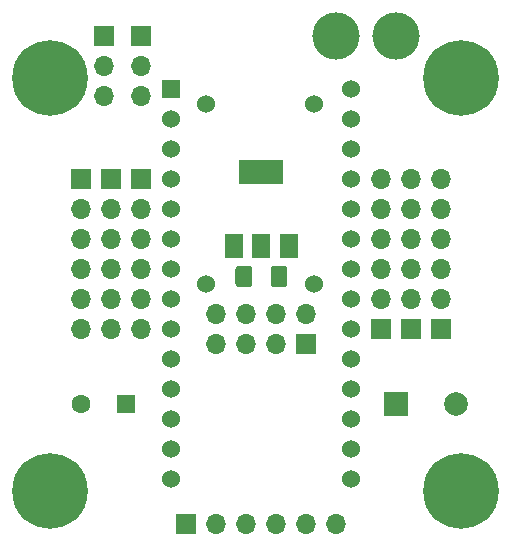
<source format=gbs>
G04 #@! TF.GenerationSoftware,KiCad,Pcbnew,(5.1.4)-1*
G04 #@! TF.CreationDate,2020-05-13T10:23:39+02:00*
G04 #@! TF.ProjectId,Pacifista_TinyFPGA,50616369-6669-4737-9461-5f54696e7946,rev?*
G04 #@! TF.SameCoordinates,Original*
G04 #@! TF.FileFunction,Soldermask,Bot*
G04 #@! TF.FilePolarity,Negative*
%FSLAX46Y46*%
G04 Gerber Fmt 4.6, Leading zero omitted, Abs format (unit mm)*
G04 Created by KiCad (PCBNEW (5.1.4)-1) date 2020-05-13 10:23:39*
%MOMM*%
%LPD*%
G04 APERTURE LIST*
%ADD10O,1.700000X1.700000*%
%ADD11R,1.700000X1.700000*%
%ADD12C,0.600000*%
%ADD13C,6.400000*%
%ADD14R,2.000000X2.000000*%
%ADD15C,2.000000*%
%ADD16R,1.600000X1.600000*%
%ADD17C,1.600000*%
%ADD18C,4.000500*%
%ADD19C,0.100000*%
%ADD20C,1.425000*%
%ADD21R,3.800000X2.000000*%
%ADD22R,1.500000X2.000000*%
%ADD23C,1.524000*%
%ADD24R,1.524000X1.524000*%
G04 APERTURE END LIST*
D10*
X96520000Y-110490000D03*
X96520000Y-113030000D03*
X96520000Y-115570000D03*
X96520000Y-118110000D03*
X96520000Y-120650000D03*
D11*
X96520000Y-123190000D03*
D12*
X104948056Y-100283944D03*
X103251000Y-99581000D03*
X101553944Y-100283944D03*
X100851000Y-101981000D03*
X101553944Y-103678056D03*
X103251000Y-104381000D03*
X104948056Y-103678056D03*
X105651000Y-101981000D03*
D13*
X103251000Y-101981000D03*
X103251000Y-136906000D03*
D12*
X105651000Y-136906000D03*
X104948056Y-138603056D03*
X103251000Y-139306000D03*
X101553944Y-138603056D03*
X100851000Y-136906000D03*
X101553944Y-135208944D03*
X103251000Y-134506000D03*
X104948056Y-135208944D03*
X70150056Y-135208944D03*
X68453000Y-134506000D03*
X66755944Y-135208944D03*
X66053000Y-136906000D03*
X66755944Y-138603056D03*
X68453000Y-139306000D03*
X70150056Y-138603056D03*
X70853000Y-136906000D03*
D13*
X68453000Y-136906000D03*
X68453000Y-101981000D03*
D12*
X70853000Y-101981000D03*
X70150056Y-103678056D03*
X68453000Y-104381000D03*
X66755944Y-103678056D03*
X66053000Y-101981000D03*
X66755944Y-100283944D03*
X68453000Y-99581000D03*
X70150056Y-100283944D03*
D14*
X97790000Y-129540000D03*
D15*
X102790000Y-129540000D03*
D11*
X99060000Y-123190000D03*
D10*
X99060000Y-120650000D03*
X99060000Y-118110000D03*
X99060000Y-115570000D03*
X99060000Y-113030000D03*
X99060000Y-110490000D03*
X82550000Y-121920000D03*
X82550000Y-124460000D03*
X85090000Y-121920000D03*
X85090000Y-124460000D03*
X87630000Y-121920000D03*
X87630000Y-124460000D03*
X90170000Y-121920000D03*
D11*
X90170000Y-124460000D03*
D10*
X101600000Y-110490000D03*
X101600000Y-113030000D03*
X101600000Y-115570000D03*
X101600000Y-118110000D03*
X101600000Y-120650000D03*
D11*
X101600000Y-123190000D03*
X71120000Y-110490000D03*
D10*
X71120000Y-113030000D03*
X71120000Y-115570000D03*
X71120000Y-118110000D03*
X71120000Y-120650000D03*
X71120000Y-123190000D03*
X73025000Y-103505000D03*
X73025000Y-100965000D03*
D11*
X73025000Y-98425000D03*
D16*
X74920000Y-129540000D03*
D17*
X71120000Y-129540000D03*
D18*
X92710000Y-98425000D03*
X97790000Y-98425000D03*
D10*
X73660000Y-123190000D03*
X73660000Y-120650000D03*
X73660000Y-118110000D03*
X73660000Y-115570000D03*
X73660000Y-113030000D03*
D11*
X73660000Y-110490000D03*
X76200000Y-110490000D03*
D10*
X76200000Y-113030000D03*
X76200000Y-115570000D03*
X76200000Y-118110000D03*
X76200000Y-120650000D03*
X76200000Y-123190000D03*
D19*
G36*
X88334504Y-117871204D02*
G01*
X88358773Y-117874804D01*
X88382571Y-117880765D01*
X88405671Y-117889030D01*
X88427849Y-117899520D01*
X88448893Y-117912133D01*
X88468598Y-117926747D01*
X88486777Y-117943223D01*
X88503253Y-117961402D01*
X88517867Y-117981107D01*
X88530480Y-118002151D01*
X88540970Y-118024329D01*
X88549235Y-118047429D01*
X88555196Y-118071227D01*
X88558796Y-118095496D01*
X88560000Y-118120000D01*
X88560000Y-119370000D01*
X88558796Y-119394504D01*
X88555196Y-119418773D01*
X88549235Y-119442571D01*
X88540970Y-119465671D01*
X88530480Y-119487849D01*
X88517867Y-119508893D01*
X88503253Y-119528598D01*
X88486777Y-119546777D01*
X88468598Y-119563253D01*
X88448893Y-119577867D01*
X88427849Y-119590480D01*
X88405671Y-119600970D01*
X88382571Y-119609235D01*
X88358773Y-119615196D01*
X88334504Y-119618796D01*
X88310000Y-119620000D01*
X87385000Y-119620000D01*
X87360496Y-119618796D01*
X87336227Y-119615196D01*
X87312429Y-119609235D01*
X87289329Y-119600970D01*
X87267151Y-119590480D01*
X87246107Y-119577867D01*
X87226402Y-119563253D01*
X87208223Y-119546777D01*
X87191747Y-119528598D01*
X87177133Y-119508893D01*
X87164520Y-119487849D01*
X87154030Y-119465671D01*
X87145765Y-119442571D01*
X87139804Y-119418773D01*
X87136204Y-119394504D01*
X87135000Y-119370000D01*
X87135000Y-118120000D01*
X87136204Y-118095496D01*
X87139804Y-118071227D01*
X87145765Y-118047429D01*
X87154030Y-118024329D01*
X87164520Y-118002151D01*
X87177133Y-117981107D01*
X87191747Y-117961402D01*
X87208223Y-117943223D01*
X87226402Y-117926747D01*
X87246107Y-117912133D01*
X87267151Y-117899520D01*
X87289329Y-117889030D01*
X87312429Y-117880765D01*
X87336227Y-117874804D01*
X87360496Y-117871204D01*
X87385000Y-117870000D01*
X88310000Y-117870000D01*
X88334504Y-117871204D01*
X88334504Y-117871204D01*
G37*
D20*
X87847500Y-118745000D03*
D19*
G36*
X85359504Y-117871204D02*
G01*
X85383773Y-117874804D01*
X85407571Y-117880765D01*
X85430671Y-117889030D01*
X85452849Y-117899520D01*
X85473893Y-117912133D01*
X85493598Y-117926747D01*
X85511777Y-117943223D01*
X85528253Y-117961402D01*
X85542867Y-117981107D01*
X85555480Y-118002151D01*
X85565970Y-118024329D01*
X85574235Y-118047429D01*
X85580196Y-118071227D01*
X85583796Y-118095496D01*
X85585000Y-118120000D01*
X85585000Y-119370000D01*
X85583796Y-119394504D01*
X85580196Y-119418773D01*
X85574235Y-119442571D01*
X85565970Y-119465671D01*
X85555480Y-119487849D01*
X85542867Y-119508893D01*
X85528253Y-119528598D01*
X85511777Y-119546777D01*
X85493598Y-119563253D01*
X85473893Y-119577867D01*
X85452849Y-119590480D01*
X85430671Y-119600970D01*
X85407571Y-119609235D01*
X85383773Y-119615196D01*
X85359504Y-119618796D01*
X85335000Y-119620000D01*
X84410000Y-119620000D01*
X84385496Y-119618796D01*
X84361227Y-119615196D01*
X84337429Y-119609235D01*
X84314329Y-119600970D01*
X84292151Y-119590480D01*
X84271107Y-119577867D01*
X84251402Y-119563253D01*
X84233223Y-119546777D01*
X84216747Y-119528598D01*
X84202133Y-119508893D01*
X84189520Y-119487849D01*
X84179030Y-119465671D01*
X84170765Y-119442571D01*
X84164804Y-119418773D01*
X84161204Y-119394504D01*
X84160000Y-119370000D01*
X84160000Y-118120000D01*
X84161204Y-118095496D01*
X84164804Y-118071227D01*
X84170765Y-118047429D01*
X84179030Y-118024329D01*
X84189520Y-118002151D01*
X84202133Y-117981107D01*
X84216747Y-117961402D01*
X84233223Y-117943223D01*
X84251402Y-117926747D01*
X84271107Y-117912133D01*
X84292151Y-117899520D01*
X84314329Y-117889030D01*
X84337429Y-117880765D01*
X84361227Y-117874804D01*
X84385496Y-117871204D01*
X84410000Y-117870000D01*
X85335000Y-117870000D01*
X85359504Y-117871204D01*
X85359504Y-117871204D01*
G37*
D20*
X84872500Y-118745000D03*
D21*
X86360000Y-109880000D03*
D22*
X86360000Y-116180000D03*
X84060000Y-116180000D03*
X88660000Y-116180000D03*
D10*
X76200000Y-103505000D03*
X76200000Y-100965000D03*
D11*
X76200000Y-98425000D03*
D23*
X90805000Y-119380000D03*
X81665000Y-119380000D03*
X90809000Y-104140000D03*
X81665000Y-104140000D03*
D10*
X92710000Y-139700000D03*
X90170000Y-139700000D03*
X87630000Y-139700000D03*
X85090000Y-139700000D03*
X82550000Y-139700000D03*
D11*
X80010000Y-139700000D03*
D23*
X93980000Y-102870000D03*
X93980000Y-105410000D03*
X93980000Y-107950000D03*
X93980000Y-110490000D03*
X93980000Y-113030000D03*
X93980000Y-115570000D03*
X93980000Y-118110000D03*
X93980000Y-120650000D03*
X93980000Y-123190000D03*
X93980000Y-125730000D03*
X93980000Y-128270000D03*
X93980000Y-130810000D03*
X93980000Y-133350000D03*
X93980000Y-135890000D03*
X78740000Y-135890000D03*
X78740000Y-133350000D03*
X78740000Y-130810000D03*
X78740000Y-128270000D03*
X78740000Y-125730000D03*
X78740000Y-123190000D03*
X78740000Y-120650000D03*
X78740000Y-118110000D03*
X78740000Y-115570000D03*
X78740000Y-113030000D03*
X78740000Y-110490000D03*
X78740000Y-107950000D03*
X78740000Y-105410000D03*
D24*
X78740000Y-102870000D03*
M02*

</source>
